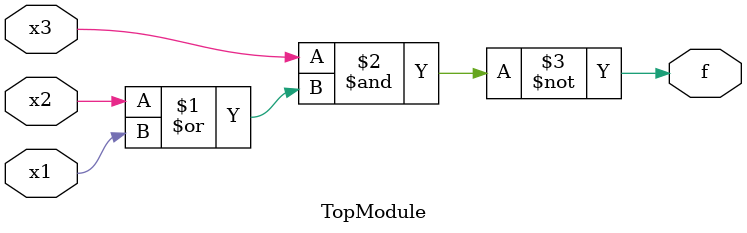
<source format=sv>

module TopModule (
  input x3,  // Positive clock/clk triggered signal
  input x2,  // Positive clock/clk triggered signal
  input x1,  // Positive clock/clk triggered signal
  output f   // Output of the combinational circuit
);

// Assignments for each input to make it easier to read the truth table
assign f = ~(x3 & (x2 | x1));

endmodule

// VERILOG-EVAL: abnormal backticks count
// VERILOG-EVAL: errant inclusion of module definition

</source>
